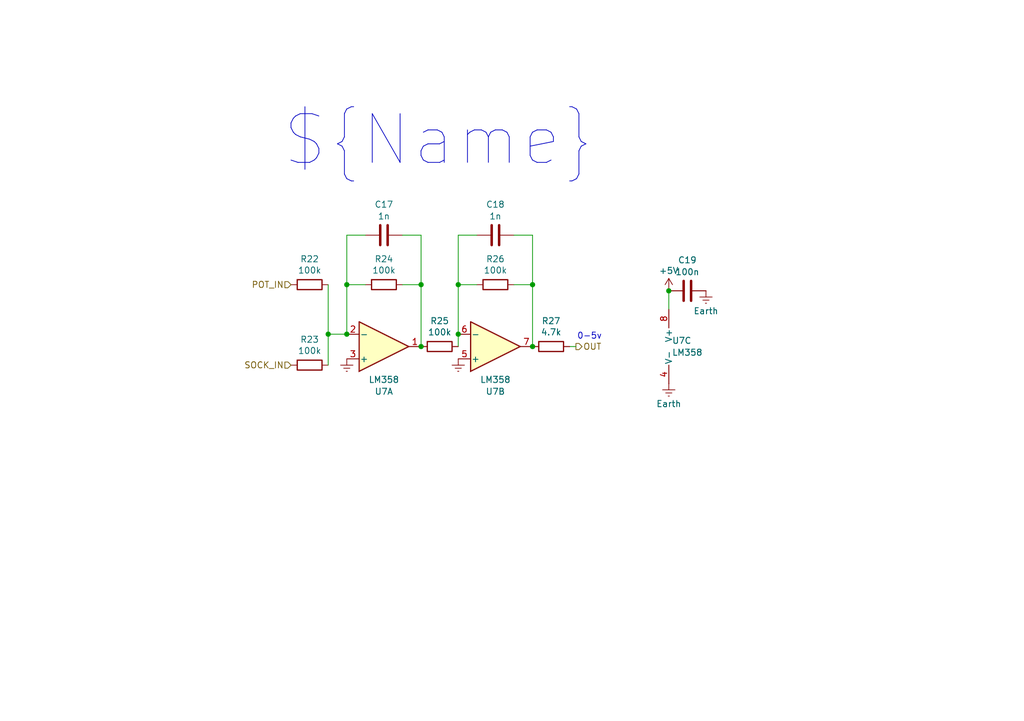
<source format=kicad_sch>
(kicad_sch (version 20250114) (generator "eeschema") (generator_version "9.0")
  (paper "A5")
  (lib_symbols
    (symbol "+5V_1" (power) (pin_numbers (hide yes)) (pin_names (offset 0) (hide yes))
      (property "Value" "+5V" (at 0 3.556 0))
      (symbol "+5V_1_0_1"
        (polyline (pts (xy -0.762 1.27) (xy 0 2.54)))
        (polyline (pts (xy 0 2.54) (xy 0.762 1.27)))
        (polyline (pts (xy 0 0) (xy 0 2.54)))
      )
      (symbol "+5V_1_1_1"
        (pin power_in line (at 0 0 90) (length 0) (name "~") (number "1"))
      )
    )
    (symbol "Amplifier_Operational:LM358" (pin_names (offset 0.127))
      (property "Reference" "U" (at 0 5.08 0))
      (property "Value" "LM358" (at 0 -5.08 0))
      (symbol "LM358_1_1"
        (polyline (pts (xy -5.08 5.08) (xy 5.08 0) (xy -5.08 -5.08) (xy -5.08 5.08)) (stroke (width 0.254)) (fill (type background)))
        (pin input line (at -7.62 2.54 0) (length 2.54) (name "+") (number "3"))
        (pin input line (at -7.62 -2.54 0) (length 2.54) (name "-") (number "2"))
        (pin output line (at 7.62 0 180) (length 2.54) (name "~") (number "1"))
      )
      (symbol "LM358_2_1"
        (polyline (pts (xy -5.08 5.08) (xy 5.08 0) (xy -5.08 -5.08) (xy -5.08 5.08)) (stroke (width 0.254)) (fill (type background)))
        (pin input line (at -7.62 2.54 0) (length 2.54) (name "+") (number "5"))
        (pin input line (at -7.62 -2.54 0) (length 2.54) (name "-") (number "6"))
        (pin output line (at 7.62 0 180) (length 2.54) (name "~") (number "7"))
      )
      (symbol "LM358_3_1"
        (pin power_in line (at -2.54 7.62 270) (length 3.81) (name "V+") (number "8"))
        (pin power_in line (at -2.54 -7.62 90) (length 3.81) (name "V-") (number "4"))
      )
    )
    (symbol "Device:C" (pin_numbers (hide yes)) (pin_names (offset 0.254))
      (property "Reference" "C" (at 0.635 2.54 0))
      (property "Value" "C" (at 0.635 -2.54 0))
      (symbol "C_0_1"
        (polyline (pts (xy -2.032 0.762) (xy 2.032 0.762)) (stroke (width 0.508)))
        (polyline (pts (xy -2.032 -0.762) (xy 2.032 -0.762)) (stroke (width 0.508)))
      )
      (symbol "C_1_1"
        (pin passive line (at 0 3.81 270) (length 2.794) (name "~") (number "1"))
        (pin passive line (at 0 -3.81 90) (length 2.794) (name "~") (number "2"))
      )
    )
    (symbol "Device:R" (pin_numbers (hide yes)) (pin_names (offset 0))
      (property "Reference" "R" (at 2.032 0 90))
      (property "Value" "R" (at 0 0 90))
      (symbol "R_0_1"
        (rectangle (start -1.016 -2.54) (end 1.016 2.54) (stroke (width 0.254)))
      )
      (symbol "R_1_1"
        (pin passive line (at 0 3.81 270) (length 1.27) (name "~") (number "1"))
        (pin passive line (at 0 -3.81 90) (length 1.27) (name "~") (number "2"))
      )
    )
    (symbol "Earth_1" (power) (pin_numbers (hide yes)) (pin_names (offset 0) (hide yes))
      (property "Value" "Earth" (at 0 -3.81 0))
      (symbol "Earth_1_0_1"
        (polyline (pts (xy -0.635 -1.905) (xy 0.635 -1.905)))
        (polyline (pts (xy -0.127 -2.54) (xy 0.127 -2.54)))
        (polyline (pts (xy 0 -1.27) (xy 0 0)))
        (polyline (pts (xy 1.27 -1.27) (xy -1.27 -1.27)))
      )
      (symbol "Earth_1_1_1"
        (pin power_in line (at 0 0 270) (length 0) (name "~") (number "1"))
      )
    )
    (symbol "power:Earth" (power) (pin_names (offset 0))
      (symbol "Earth_0_1"
        (polyline (pts (xy -0.635 -1.905) (xy 0.635 -1.905)))
        (polyline (pts (xy -0.127 -2.54) (xy 0.127 -2.54)))
        (polyline (pts (xy 0 -1.27) (xy 0 0)))
        (polyline (pts (xy 1.27 -1.27) (xy -1.27 -1.27)))
      )
      (symbol "Earth_1_1"
        (pin power_in line (at 0 0 270) (length 0) (hide yes) (name "Earth") (number "1"))
      )
    )
  )
  (text "0-5v" (at 120.904 69.088 0) (effects (font (size 1.27 1.27))))
  (text "${Name}" (at 89.916 28.956 0) (effects (font (size 10 10))))
  (junction (at 86.36 71.12))
  (junction (at 137.16 59.69))
  (junction (at 71.12 58.42))
  (junction (at 109.22 58.42))
  (junction (at 67.31 68.58))
  (junction (at 109.22 71.12))
  (junction (at 86.36 58.42))
  (junction (at 93.98 58.42))
  (junction (at 71.12 68.58))
  (junction (at 93.98 68.58))
  (wire (pts (xy 82.55 48.26) (xy 86.36 48.26)))
  (wire (pts (xy 93.98 48.26) (xy 93.98 58.42)))
  (wire (pts (xy 86.36 58.42) (xy 82.55 58.42)))
  (wire (pts (xy 109.22 58.42) (xy 105.41 58.42)))
  (wire (pts (xy 93.98 68.58) (xy 93.98 71.12)))
  (wire (pts (xy 86.36 71.12) (xy 86.36 58.42)))
  (wire (pts (xy 71.12 58.42) (xy 71.12 68.58)))
  (wire (pts (xy 74.93 48.26) (xy 71.12 48.26)))
  (wire (pts (xy 71.12 48.26) (xy 71.12 58.42)))
  (wire (pts (xy 93.98 58.42) (xy 93.98 68.58)))
  (wire (pts (xy 137.16 59.69) (xy 137.16 63.5)))
  (wire (pts (xy 71.12 68.58) (xy 67.31 68.58)))
  (wire (pts (xy 67.31 58.42) (xy 67.31 68.58)))
  (wire (pts (xy 97.79 48.26) (xy 93.98 48.26)))
  (wire (pts (xy 97.79 58.42) (xy 93.98 58.42)))
  (wire (pts (xy 86.36 48.26) (xy 86.36 58.42)))
  (wire (pts (xy 109.22 48.26) (xy 109.22 58.42)))
  (wire (pts (xy 105.41 48.26) (xy 109.22 48.26)))
  (wire (pts (xy 74.93 58.42) (xy 71.12 58.42)))
  (wire (pts (xy 116.84 71.12) (xy 118.11 71.12)))
  (wire (pts (xy 109.22 71.12) (xy 109.22 58.42)))
  (wire (pts (xy 67.31 68.58) (xy 67.31 74.93)))
  (hierarchical_label "OUT" (shape output) (at 118.11 71.12 0))
  (hierarchical_label "POT_IN" (shape input) (at 59.69 58.42 180))
  (hierarchical_label "SOCK_IN" (shape input) (at 59.69 74.93 180))
  (symbol (lib_id "Device:R") (at 63.5 58.42 270) (unit 1)
    (property "Reference" "R16" (at 63.5 53.1622 90))
    (property "Value" "100k" (at 63.5 55.4736 90))
    (property "Footprint" "Resistor_SMD:R_0402_1005Metric" (effects (hide yes)))
    (instances (project "oneshot" (path "" (reference "R22") (unit 1)) (path "" (reference "R34") (unit 1)) (path "" (reference "R16") (unit 1)) (path "" (reference "R28") (unit 1))))
  )
  (symbol (lib_id "Device:R") (at 63.5 74.93 270) (unit 1)
    (property "Reference" "R17" (at 63.5 69.6722 90))
    (property "Value" "100k" (at 63.5 71.9836 90))
    (property "Footprint" "Resistor_SMD:R_0402_1005Metric" (effects (hide yes)))
    (instances (project "oneshot" (path "" (reference "R23") (unit 1)) (path "" (reference "R35") (unit 1)) (path "" (reference "R17") (unit 1)) (path "" (reference "R29") (unit 1))))
  )
  (symbol (lib_id "Device:R") (at 78.74 58.42 270) (unit 1)
    (property "Reference" "R18" (at 78.74 53.1622 90))
    (property "Value" "100k" (at 78.74 55.4736 90))
    (property "Footprint" "Resistor_SMD:R_0402_1005Metric" (effects (hide yes)))
    (instances (project "oneshot" (path "" (reference "R24") (unit 1)) (path "" (reference "R36") (unit 1)) (path "" (reference "R18") (unit 1)) (path "" (reference "R30") (unit 1))))
  )
  (symbol (lib_id "power:Earth") (at 71.12 73.66 0) (unit 1)
    (property "Reference" "#PWR038" (effects (hide yes)))
    (property "Value" "Earth" (effects (hide yes)))
    (instances (project "oneshot" (path "" (reference "#PWR046") (unit 1)) (path "" (reference "#PWR062") (unit 1)) (path "" (reference "#PWR038") (unit 1)) (path "" (reference "#PWR054") (unit 1))))
  )
  (symbol (lib_id "Device:R") (at 90.17 71.12 270) (unit 1)
    (property "Reference" "R19" (at 90.17 65.8622 90))
    (property "Value" "100k" (at 90.17 68.1736 90))
    (property "Footprint" "Resistor_SMD:R_0402_1005Metric" (effects (hide yes)))
    (instances (project "oneshot" (path "" (reference "R25") (unit 1)) (path "" (reference "R37") (unit 1)) (path "" (reference "R19") (unit 1)) (path "" (reference "R31") (unit 1))))
  )
  (symbol (lib_id "power:Earth") (at 93.98 73.66 0) (unit 1)
    (property "Reference" "#PWR039" (effects (hide yes)))
    (property "Value" "Earth" (effects (hide yes)))
    (instances (project "oneshot" (path "" (reference "#PWR047") (unit 1)) (path "" (reference "#PWR063") (unit 1)) (path "" (reference "#PWR039") (unit 1)) (path "" (reference "#PWR055") (unit 1))))
  )
  (symbol (lib_id "Device:R") (at 101.6 58.42 270) (unit 1)
    (property "Reference" "R20" (at 101.6 53.1622 90))
    (property "Value" "100k" (at 101.6 55.4736 90))
    (property "Footprint" "Resistor_SMD:R_0402_1005Metric" (effects (hide yes)))
    (instances (project "oneshot" (path "" (reference "R26") (unit 1)) (path "" (reference "R38") (unit 1)) (path "" (reference "R20") (unit 1)) (path "" (reference "R32") (unit 1))))
  )
  (symbol (lib_id "Device:R") (at 113.03 71.12 270) (unit 1)
    (property "Reference" "R21" (at 113.03 65.8622 90))
    (property "Value" "4.7k" (at 113.03 68.1736 90))
    (property "Footprint" "Resistor_SMD:R_0402_1005Metric" (effects (hide yes)))
    (instances (project "oneshot" (path "" (reference "R27") (unit 1)) (path "" (reference "R39") (unit 1)) (path "" (reference "R21") (unit 1)) (path "" (reference "R33") (unit 1))))
  )
  (symbol (lib_id "Amplifier_Operational:LM358") (at 139.7 71.12 0) (unit 3)
    (property "Reference" "U6" (at 137.795 69.9078 0) (effects (justify left)))
    (property "Value" "LM358" (at 137.795 72.3321 0) (effects (justify left)))
    (property "Footprint" "Package_SO:SOIC-8_3.9x4.9mm_P1.27mm" (effects (hide yes)))
    (property "Datasheet" "http://www.ti.com/lit/ds/symlink/lm2904-n.pdf" (effects (hide yes)))
    (property "Description" "Low-Power, Dual Operational Amplifiers, DIP-8/SOIC-8/TO-99-8" (effects (hide yes)))
    (property "LCSC" "C7950" (effects (hide yes)))
    (instances (project "oneshot" (path "" (reference "U7") (unit 3)) (path "" (reference "U9") (unit 3)) (path "" (reference "U6") (unit 3)) (path "" (reference "U8") (unit 3))))
  )
  (symbol (lib_id "Amplifier_Operational:LM358") (at 101.6 71.12 0) (mirror x) (unit 2)
    (property "Reference" "U6" (at 101.6 80.3445 0))
    (property "Value" "LM358" (at 101.6 77.9202 0))
    (property "Footprint" "Package_SO:SOIC-8_3.9x4.9mm_P1.27mm" (effects (hide yes)))
    (property "Datasheet" "http://www.ti.com/lit/ds/symlink/lm2904-n.pdf" (effects (hide yes)))
    (property "Description" "Low-Power, Dual Operational Amplifiers, DIP-8/SOIC-8/TO-99-8" (effects (hide yes)))
    (property "LCSC" "C7950" (effects (hide yes)))
    (instances (project "oneshot" (path "" (reference "U7") (unit 2)) (path "" (reference "U9") (unit 2)) (path "" (reference "U6") (unit 2)) (path "" (reference "U8") (unit 2))))
  )
  (symbol (lib_name "Earth_1") (lib_id "power:Earth") (at 137.16 78.74 0) (unit 1)
    (property "Reference" "#PWR041" (effects (hide yes)))
    (property "Value" "Earth" (at 137.16 82.8731 0))
    (property "Description" "Power symbol creates a global label with name \"Earth\"" (effects (hide yes)))
    (instances (project "oneshot" (path "" (reference "#PWR049") (unit 1)) (path "" (reference "#PWR065") (unit 1)) (path "" (reference "#PWR041") (unit 1)) (path "" (reference "#PWR057") (unit 1))))
  )
  (symbol (lib_name "+5V_1") (lib_id "power:+5V") (at 137.16 59.69 0) (unit 1)
    (property "Reference" "#PWR040" (effects (hide yes)))
    (property "Value" "+5V" (at 137.16 55.5569 0))
    (property "Description" "Power symbol creates a global label with name \"+5V\"" (effects (hide yes)))
    (instances (project "oneshot" (path "" (reference "#PWR048") (unit 1)) (path "" (reference "#PWR064") (unit 1)) (path "" (reference "#PWR040") (unit 1)) (path "" (reference "#PWR056") (unit 1))))
  )
  (symbol (lib_id "Device:C") (at 140.97 59.69 90) (unit 1)
    (property "Reference" "C16" (at 140.97 53.3865 90))
    (property "Value" "100n" (at 140.97 55.8108 90))
    (property "Footprint" "Capacitor_SMD:C_0402_1005Metric" (effects (hide yes)))
    (property "Description" "Unpolarized capacitor" (effects (hide yes)))
    (instances (project "oneshot" (path "" (reference "C19") (unit 1)) (path "" (reference "C25") (unit 1)) (path "" (reference "C16") (unit 1)) (path "" (reference "C22") (unit 1))))
  )
  (symbol (lib_name "Earth_1") (lib_id "power:Earth") (at 144.78 59.69 0) (unit 1)
    (property "Reference" "#PWR042" (effects (hide yes)))
    (property "Value" "Earth" (at 144.78 63.8231 0))
    (property "Description" "Power symbol creates a global label with name \"Earth\"" (effects (hide yes)))
    (instances (project "oneshot" (path "" (reference "#PWR050") (unit 1)) (path "" (reference "#PWR066") (unit 1)) (path "" (reference "#PWR042") (unit 1)) (path "" (reference "#PWR058") (unit 1))))
  )
  (symbol (lib_id "Device:C") (at 101.6 48.26 90) (unit 1)
    (property "Reference" "C15" (at 101.6 41.9565 90))
    (property "Value" "1n" (at 101.6 44.3808 90))
    (property "Footprint" "Capacitor_SMD:C_0402_1005Metric" (effects (hide yes)))
    (property "Description" "Unpolarized capacitor" (effects (hide yes)))
    (instances (project "oneshot" (path "" (reference "C18") (unit 1)) (path "" (reference "C24") (unit 1)) (path "" (reference "C15") (unit 1)) (path "" (reference "C21") (unit 1))))
  )
  (symbol (lib_id "Device:C") (at 78.74 48.26 90) (unit 1)
    (property "Reference" "C14" (at 78.74 41.9565 90))
    (property "Value" "1n" (at 78.74 44.3808 90))
    (property "Footprint" "Capacitor_SMD:C_0402_1005Metric" (effects (hide yes)))
    (property "Description" "Unpolarized capacitor" (effects (hide yes)))
    (instances (project "oneshot" (path "" (reference "C17") (unit 1)) (path "" (reference "C23") (unit 1)) (path "" (reference "C14") (unit 1)) (path "" (reference "C20") (unit 1))))
  )
  (symbol (lib_id "Amplifier_Operational:LM358") (at 78.74 71.12 0) (mirror x) (unit 1)
    (property "Reference" "U6" (at 78.74 80.3445 0))
    (property "Value" "LM358" (at 78.74 77.9202 0))
    (property "Footprint" "Package_SO:SOIC-8_3.9x4.9mm_P1.27mm" (effects (hide yes)))
    (property "Datasheet" "http://www.ti.com/lit/ds/symlink/lm2904-n.pdf" (effects (hide yes)))
    (property "Description" "Low-Power, Dual Operational Amplifiers, DIP-8/SOIC-8/TO-99-8" (effects (hide yes)))
    (property "LCSC" "C7950" (effects (hide yes)))
    (instances (project "oneshot" (path "" (reference "U7") (unit 1)) (path "" (reference "U9") (unit 1)) (path "" (reference "U6") (unit 1)) (path "" (reference "U8") (unit 1))))
  )
)
</source>
